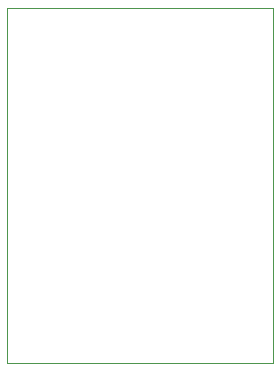
<source format=gbr>
%TF.GenerationSoftware,KiCad,Pcbnew,(7.0.0-0)*%
%TF.CreationDate,2023-05-15T11:59:22-04:00*%
%TF.ProjectId,4dapter-N64Board-KiCad,34646170-7465-4722-9d4e-3634426f6172,rev?*%
%TF.SameCoordinates,Original*%
%TF.FileFunction,Profile,NP*%
%FSLAX46Y46*%
G04 Gerber Fmt 4.6, Leading zero omitted, Abs format (unit mm)*
G04 Created by KiCad (PCBNEW (7.0.0-0)) date 2023-05-15 11:59:22*
%MOMM*%
%LPD*%
G01*
G04 APERTURE LIST*
%TA.AperFunction,Profile*%
%ADD10C,0.050000*%
%TD*%
G04 APERTURE END LIST*
D10*
X141000000Y-55000000D02*
X141000000Y-85000000D01*
X118500000Y-55000000D02*
X118500000Y-85000000D01*
X141000000Y-85000000D02*
X118500000Y-85000000D01*
X118500000Y-55000000D02*
X141000000Y-55000000D01*
M02*

</source>
